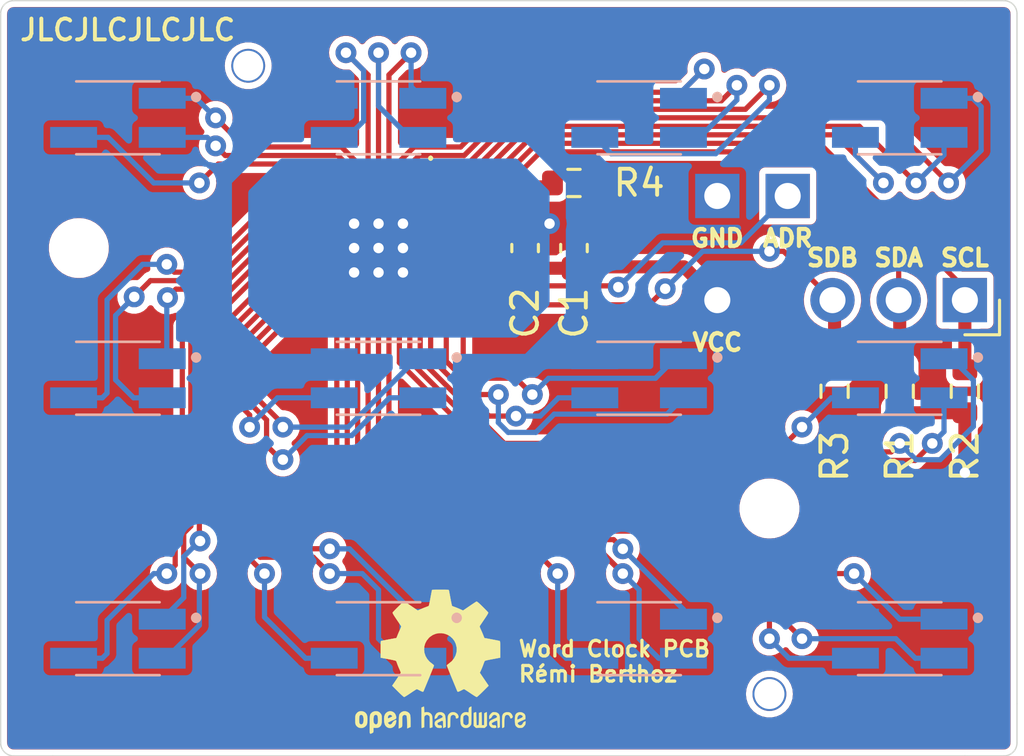
<source format=kicad_pcb>
(kicad_pcb (version 20211014) (generator pcbnew)
  (layers (0 "F.Cu" signal) (31 "B.Cu" signal) (34 "B.Paste" user) (35 "F.Paste" user) (36 "B.SilkS" user "B.Silkscreen") (37 "F.SilkS" user "F.Silkscreen") (38 "B.Mask" user) (39 "F.Mask" user) (44 "Edge.Cuts" user))
  (net 0 "")
  (net 1 "GND")
  (net 2 "D1b")
  (net 3 "D1g")
  (net 4 "VCC")
  (net 5 "D1r")
  (net 6 "D2b")
  (net 7 "D2g")
  (net 8 "D2r")
  (net 9 "D3b")
  (net 10 "D3g")
  (net 11 "D3r")
  (net 12 "D4b")
  (net 13 "D4g")
  (net 14 "D4r")
  (net 15 "D5b")
  (net 16 "D5g")
  (net 17 "D5r")
  (net 18 "D6b")
  (net 19 "D6g")
  (net 20 "D6r")
  (net 21 "D7b")
  (net 22 "D7g")
  (net 23 "D7r")
  (net 24 "D8b")
  (net 25 "D8g")
  (net 26 "D8r")
  (net 27 "D9b")
  (net 28 "D9g")
  (net 29 "D9r")
  (net 30 "D10b")
  (net 31 "D10g")
  (net 32 "D10r")
  (net 33 "D11b")
  (net 34 "D11g")
  (net 35 "D11r")
  (net 36 "D12b")
  (net 37 "D12g")
  (net 38 "D12r")
  (net 39 "Net-(IC1-Pad40)")
  (net 40 "/SCL")
  (net 41 "/SDA")
  (net 42 "/SDB")
  (net 43 "Net-(IC1-Pad37)")
  (footprint "Capacitor_SMD:C_0603_1608Metric" (layer "F.Cu") (at 115.92381 25 90)
    (fp_text reference "C2")
    (fp_text value "0.1uF")
  )
  (footprint "Resistor_SMD:R_0603_1608Metric" (layer "F.Cu") (at 117.79881 22.5)
    (fp_text reference "R4")
    (fp_text value "3.8k")
  )
  (footprint "Capacitor_SMD:C_0603_1608Metric" (layer "F.Cu") (at 117.79881 25 90)
    (fp_text reference "C1")
    (fp_text value "1uF")
  )
  (footprint "IS31FL3236A-QFLS4-TR:IS31FL3236AQFLS4TR" (layer "F.Cu") (at 110.29881 25 -90)
    (fp_text reference "IC1" hide)
    (fp_text value "IS31FL3236A-QFLS4-TR" hide)
  )
  (footprint "Resistor_SMD:R_0603_1608Metric" (layer "F.Cu") (at 127.79881 30.5 -90)
    (fp_text reference "R3")
    (fp_text value "100k")
  )
  (footprint "Resistor_SMD:R_0603_1608Metric" (layer "F.Cu") (at 132.79881 30.5 90)
    (fp_text reference "R2")
    (fp_text value "4.7k")
  )
  (footprint "Resistor_SMD:R_0603_1608Metric" (layer "F.Cu") (at 130.29881 30.5 90)
    (fp_text reference "R1")
    (fp_text value "4.7k")
  )
  (footprint "Connector_PinHeader_2.54mm:PinHeader_1x01_P2.54mm_Vertical" (layer "F.Cu") (at 123.29881 27 180)
    (fp_text reference "J1" hide)
    (fp_text value "Conn_01x01")
  )
  (footprint "Connector_PinHeader_2.54mm:PinHeader_1x01_P2.54mm_Vertical" (layer "F.Cu") (at 123.29881 23 180)
    (fp_text reference "J3" hide)
    (fp_text value "Conn_01x01")
  )
  (footprint "Connector_PinSocket_2.54mm:PinSocket_1x03_P2.54mm_Vertical" (layer "F.Cu") (at 132.79881 27 -90)
    (fp_text reference "J2" hide)
    (fp_text value "01x03_312")
  )
  (footprint "Symbol:OSHW-Logo2_7.3x6mm_SilkScreen" (layer "F.Cu") (at 112.67381 40.875)
    (fp_text reference "LOGO1" hide)
    (fp_text value "Logo_Open_Hardware_Large" hide)
  )
  (footprint "smallmountinghole:#2-56" (layer "F.Cu") (at 98.79881 25 180)
    (fp_text reference "H1" hide)
    (fp_text value "MountingHole" hide)
  )
  (footprint "Connector_PinHeader_2.54mm:PinHeader_1x01_P2.54mm_Vertical" (layer "F.Cu") (at 126 23)
    (fp_text reference "J4" hide)
    (fp_text value "Conn_01x01")
  )
  (footprint "IN-P32TATRGB:INP32TATRGB" (layer "B.Cu") (at 130.29881 20 180)
    (fp_text reference "D1" hide)
    (fp_text value "LED_RAGB" hide)
  )
  (footprint "IN-P32TATRGB:INP32TATRGB" (layer "B.Cu") (at 120.29881 20 180)
    (fp_text reference "D2" hide)
    (fp_text value "LED_RAGB" hide)
  )
  (footprint "IN-P32TATRGB:INP32TATRGB" (layer "B.Cu") (at 110.29881 20 180)
    (fp_text reference "D3" hide)
    (fp_text value "LED_RAGB" hide)
  )
  (footprint "IN-P32TATRGB:INP32TATRGB" (layer "B.Cu") (at 100.29881 20 180)
    (fp_text reference "D4" hide)
    (fp_text value "LED_RAGB" hide)
  )
  (footprint "IN-P32TATRGB:INP32TATRGB" (layer "B.Cu") (at 130.29881 30 180)
    (fp_text reference "D5" hide)
    (fp_text value "LED_RAGB" hide)
  )
  (footprint "IN-P32TATRGB:INP32TATRGB" (layer "B.Cu") (at 120.29881 30 180)
    (fp_text reference "D6" hide)
    (fp_text value "LED_RAGB" hide)
  )
  (footprint "IN-P32TATRGB:INP32TATRGB" (layer "B.Cu") (at 110.29881 30 180)
    (fp_text reference "D7" hide)
    (fp_text value "LED_RAGB" hide)
  )
  (footprint "IN-P32TATRGB:INP32TATRGB" (layer "B.Cu") (at 100.29881 30 180)
    (fp_text reference "D8" hide)
    (fp_text value "LED_RAGB" hide)
  )
  (footprint "IN-P32TATRGB:INP32TATRGB" (layer "B.Cu") (at 130.29881 40 180)
    (fp_text reference "D9" hide)
    (fp_text value "LED_RAGB" hide)
  )
  (footprint "IN-P32TATRGB:INP32TATRGB" (layer "B.Cu") (at 110.29881 40 180)
    (fp_text reference "D11" hide)
    (fp_text value "LED_RAGB" hide)
  )
  (footprint "IN-P32TATRGB:INP32TATRGB" (layer "B.Cu") (at 100.29881 40 180)
    (fp_text reference "D12" hide)
    (fp_text value "LED_RAGB" hide)
  )
  (footprint "IN-P32TATRGB:INP32TATRGB" (layer "B.Cu") (at 120.29881 40 180)
    (fp_text reference "D10" hide)
    (fp_text value "LED_RAGB" hide)
  )
  (footprint "smallmountinghole:#2-56" (layer "B.Cu") (at 125.29881 35 180)
    (fp_text reference "H3" hide)
    (fp_text value "MountingHole" hide)
  )
  (footprint "toolinghole:toolinghole" (layer "B.Cu") (at 105.29881 18 180)
    (fp_text reference "REF**" hide)
    (fp_text value "toolinghole" hide)
  )
  (footprint "toolinghole:toolinghole" (layer "B.Cu") (at 125.29881 42.125 180)
    (fp_text reference "REF**" hide)
    (fp_text value "toolinghole" hide)
  )
  (gr_line (start 97.79881 44.5) (end 132.79881 44.5) (layer "Edge.Cuts") (width 0.05))
  (gr_line (start 95.79881 42.5) (end 95.79881 17.5) (layer "Edge.Cuts") (width 0.05))
  (gr_line (start 134.79881 17.5) (end 134.79881 16) (layer "Edge.Cuts") (width 0.05))
  (gr_arc (start 95.79881 16) (mid 95.945257 15.646447) (end 96.29881 15.5) (layer "Edge.Cuts") (width 0.05))
  (gr_line (start 97.79881 15.5) (end 132.79881 15.5) (layer "Edge.Cuts") (width 0.05))
  (gr_line (start 95.79881 16) (end 95.79881 17.5) (layer "Edge.Cuts") (width 0.05))
  (gr_line (start 134.79881 44) (end 134.79881 42.5) (layer "Edge.Cuts") (width 0.05))
  (gr_line (start 134.29881 44.5) (end 132.79881 44.5) (layer "Edge.Cuts") (width 0.05))
  (gr_line (start 95.79881 44) (end 95.79881 42.5) (layer "Edge.Cuts") (width 0.05))
  (gr_arc (start 134.29881 15.5) (mid 134.652363 15.646447) (end 134.79881 16) (layer "Edge.Cuts") (width 0.05))
  (gr_arc (start 96.29881 44.5) (mid 95.945257 44.353553) (end 95.79881 44) (layer "Edge.Cuts") (width 0.05))
  (gr_line (start 96.29881 15.5) (end 97.79881 15.5) (layer "Edge.Cuts") (width 0.05))
  (gr_line (start 96.29881 44.5) (end 97.79881 44.5) (layer "Edge.Cuts") (width 0.05))
  (gr_line (start 134.29881 15.5) (end 132.79881 15.5) (layer "Edge.Cuts") (width 0.05))
  (gr_line (start 134.79881 17.5) (end 134.79881 42.5) (layer "Edge.Cuts") (width 0.05))
  (gr_arc (start 134.79881 44) (mid 134.652363 44.353553) (end 134.29881 44.5) (layer "Edge.Cuts") (width 0.05))
  (gr_text "SDA" (at 130.25881 25.375) (layer "F.SilkS") (effects (font (size 0.65 0.65) (thickness 0.1625))))
  (gr_text "SDB" (at 127.71881 25.375) (layer "F.SilkS") (effects (font (size 0.65 0.65) (thickness 0.1625))))
  (gr_text "VCC" (at 123.29881 28.625) (layer "F.SilkS") (effects (font (size 0.65 0.65) (thickness 0.1625))))
  (gr_text "GND" (at 123.29881 24.625) (layer "F.SilkS") (effects (font (size 0.65 0.65) (thickness 0.1625))))
  (gr_text "SCL" (at 132.79881 25.375) (layer "F.SilkS") (effects (font (size 0.65 0.65) (thickness 0.1625))))
  (gr_text "Word Clock PCB\nRémi Berthoz" (at 115.61131 40.875) (layer "F.SilkS") (effects (font (size 0.6 0.6) (thickness 0.125)) (justify left)))
  (gr_text "ADR" (at 126 24.625) (layer "F.SilkS") (effects (font (size 0.65 0.65) (thickness 0.1625))))
  (gr_text "JLCJLCJLCJLC" (at 100.67381 16.625) (layer "F.SilkS") (effects (font (size 0.8 0.8))))
  (segment (start 117.79881 24.225) (end 115.92381 24.225) (width 0.5) (layer "F.Cu") (net 1))
  (segment (start 115.92381 24.225) (end 114.97381 24.225) (width 0.5) (layer "F.Cu") (net 1))
  (segment (start 107.79881 25) (end 109.36131 25) (width 0.2) (layer "F.Cu") (net 1))
  (segment (start 112.79881 25) (end 114.19881 25) (width 0.2) (layer "F.Cu") (net 1))
  (segment (start 114.97381 24.225) (end 114.32381 24.875) (width 0.5) (layer "F.Cu") (net 1))
  (via (at 116.86131 24.0625) (size 0.8) (drill 0.4) (layers "F.Cu" "B.Cu") (net 1))
  (via (at 110.29881 24.0625) (size 0.8) (drill 0.4) (layers "F.Cu" "B.Cu") (net 1))
  (via (at 109.36131 24.0625) (size 0.8) (drill 0.4) (layers "F.Cu" "B.Cu") (net 1))
  (via (at 111.23631 24.0625) (size 0.8) (drill 0.4) (layers "F.Cu" "B.Cu") (net 1))
  (via (at 109.36131 25) (size 0.8) (drill 0.4) (layers "F.Cu" "B.Cu") (net 1))
  (via (at 111.23631 25) (size 0.8) (drill 0.4) (layers "F.Cu" "B.Cu") (net 1))
  (via (at 110.29881 25.9375) (size 0.8) (drill 0.4) (layers "F.Cu" "B.Cu") (net 1))
  (via (at 109.36131 25.9375) (size 0.8) (drill 0.4) (layers "F.Cu" "B.Cu") (net 1))
  (via (at 110.29881 25) (size 0.8) (drill 0.4) (layers "F.Cu" "B.Cu") (net 1))
  (via (at 111.23631 25.9375) (size 0.8) (drill 0.4) (layers "F.Cu" "B.Cu") (net 1))
  (segment (start 116.24681 20.651999) (end 127.825809 20.651999) (width 0.2) (layer "F.Cu") (net 2))
  (segment (start 129.67381 22.5) (end 127.825809 20.651999) (width 0.2) (layer "F.Cu") (net 2))
  (segment (start 113.49881 23.4) (end 116.24681 20.651999) (width 0.2) (layer "F.Cu") (net 2))
  (segment (start 112.79881 23.4) (end 113.49881 23.4) (width 0.2) (layer "F.Cu") (net 2))
  (via (at 129.67381 22.5) (size 0.8) (drill 0.4) (layers "F.Cu" "B.Cu") (net 2))
  (segment (start 128.59881 21.425) (end 128.59881 20.75) (width 0.2) (layer "B.Cu") (net 2))
  (segment (start 129.67381 22.5) (end 128.59881 21.425) (width 0.2) (layer "B.Cu") (net 2))
  (segment (start 113.41881 23) (end 112.89881 23) (width 0.2) (layer "F.Cu") (net 3))
  (segment (start 130.92381 22.5) (end 128.748801 20.324991) (width 0.2) (layer "F.Cu") (net 3))
  (segment (start 116.09382 20.32499) (end 113.41881 23) (width 0.2) (layer "F.Cu") (net 3))
  (segment (start 128.748801 20.324991) (end 116.09382 20.32499) (width 0.2) (layer "F.Cu") (net 3))
  (via (at 130.92381 22.5) (size 0.8) (drill 0.4) (layers "F.Cu" "B.Cu") (net 3))
  (segment (start 131.99881 21.425) (end 130.92381 22.5) (width 0.2) (layer "B.Cu") (net 3))
  (segment (start 131.99881 20.75) (end 131.99881 21.425) (width 0.2) (layer "B.Cu") (net 3))
  (segment (start 130.29881 31.325) (end 132.79881 31.325) (width 0.5) (layer "F.Cu") (net 4))
  (segment (start 115.92381 25.775) (end 114.275 25.775) (width 0.5) (layer "F.Cu") (net 4))
  (segment (start 117.79881 25.775) (end 115.92381 25.775) (width 0.5) (layer "F.Cu") (net 4))
  (segment (start 132.79881 31.325) (end 132.79881 33.625) (width 0.5) (layer "F.Cu") (net 4))
  (segment (start 114.275 25.775) (end 114 25.5) (width 0.5) (layer "F.Cu") (net 4))
  (segment (start 117.850812 25.722998) (end 122.021808 25.722998) (width 0.5) (layer "F.Cu") (net 4))
  (segment (start 122.021808 25.722998) (end 123.29881 27) (width 0.5) (layer "F.Cu") (net 4))
  (segment (start 113.9 25.4) (end 114 25.5) (width 0.2) (layer "F.Cu") (net 4))
  (segment (start 112.79881 25.4) (end 113.9 25.4) (width 0.2) (layer "F.Cu") (net 4))
  (via (at 132.79881 33.625) (size 0.8) (drill 0.4) (layers "F.Cu" "B.Cu") (net 4))
  (segment (start 112.29881 22.4) (end 113.55635 22.4) (width 0.2) (layer "F.Cu") (net 5))
  (segment (start 115.95837 19.997981) (end 129.671792 19.997982) (width 0.2) (layer "F.Cu") (net 5))
  (segment (start 132.17381 22.5) (end 129.671792 19.997982) (width 0.2) (layer "F.Cu") (net 5))
  (segment (start 113.55635 22.4) (end 115.95837 19.997981) (width 0.2) (layer "F.Cu") (net 5))
  (via (at 132.17381 22.5) (size 0.8) (drill 0.4) (layers "F.Cu" "B.Cu") (net 5))
  (segment (start 131.99881 19.25) (end 133.09881 19.25) (width 0.2) (layer "B.Cu") (net 5))
  (segment (start 133.42381 19.575) (end 133.42381 21.25) (width 0.2) (layer "B.Cu") (net 5))
  (segment (start 133.09881 19.25) (end 133.42381 19.575) (width 0.2) (layer "B.Cu") (net 5))
  (segment (start 133.42381 21.25) (end 132.17381 22.5) (width 0.2) (layer "B.Cu") (net 5))
  (segment (start 113.720891 21.772999) (end 111.992209 21.772999) (width 0.2) (layer "F.Cu") (net 6))
  (segment (start 111.89881 21.866398) (end 111.992209 21.772999) (width 0.2) (layer "F.Cu") (net 6))
  (segment (start 111.89881 22.5) (end 111.89881 21.866398) (width 0.2) (layer "F.Cu") (net 6))
  (segment (start 124.377837 19.670973) (end 125.29881 18.75) (width 0.2) (layer "F.Cu") (net 6))
  (segment (start 124.377837 19.670973) (end 115.822918 19.670972) (width 0.2) (layer "F.Cu") (net 6))
  (segment (start 115.822918 19.670972) (end 113.720891 21.772999) (width 0.2) (layer "F.Cu") (net 6))
  (via (at 125.29881 18.75) (size 0.8) (drill 0.4) (layers "F.Cu" "B.Cu") (net 6))
  (segment (start 123.237494 21.377001) (end 119.225811 21.377001) (width 0.2) (layer "B.Cu") (net 6))
  (segment (start 125.29881 18.75) (end 125.29881 19.315685) (width 0.2) (layer "B.Cu") (net 6))
  (segment (start 125.29881 19.315685) (end 123.237494 21.377001) (width 0.2) (layer "B.Cu") (net 6))
  (segment (start 119.225811 21.377001) (end 118.59881 20.75) (width 0.2) (layer "B.Cu") (net 6))
  (segment (start 115.687466 19.343964) (end 113.585441 21.445989) (width 0.2) (layer "F.Cu") (net 7))
  (segment (start 111.856758 21.445989) (end 111.49881 21.803937) (width 0.2) (layer "F.Cu") (net 7))
  (segment (start 113.585441 21.445989) (end 111.856758 21.445989) (width 0.2) (layer "F.Cu") (net 7))
  (segment (start 111.49881 21.803937) (end 111.49881 22.5) (width 0.2) (layer "F.Cu") (net 7))
  (segment (start 123.454847 19.343963) (end 115.687466 19.343964) (width 0.2) (layer "F.Cu") (net 7))
  (segment (start 124.04881 18.75) (end 123.454847 19.343963) (width 0.2) (layer "F.Cu") (net 7))
  (via (at 124.04881 18.75) (size 0.8) (drill 0.4) (layers "F.Cu" "B.Cu") (net 7))
  (segment (start 124.04881 18.75) (end 124.04881 19.315685) (width 0.2) (layer "B.Cu") (net 7))
  (segment (start 124.04881 19.315685) (end 122.614495 20.75) (width 0.2) (layer "B.Cu") (net 7))
  (segment (start 113.449991 21.118979) (end 111.659831 21.118979) (width 0.2) (layer "F.Cu") (net 8))
  (segment (start 111.09881 21.68) (end 111.09881 22.5) (width 0.2) (layer "F.Cu") (net 8))
  (segment (start 121.906855 19.016955) (end 122.79881 18.125) (width 0.2) (layer "F.Cu") (net 8))
  (segment (start 115.552014 19.016956) (end 113.449991 21.118979) (width 0.2) (layer "F.Cu") (net 8))
  (segment (start 121.906855 19.016956) (end 115.552014 19.016955) (width 0.2) (layer "F.Cu") (net 8))
  (segment (start 111.659831 21.118979) (end 111.09881 21.68) (width 0.2) (layer "F.Cu") (net 8))
  (via (at 122.79881 18.125) (size 0.8) (drill 0.4) (layers "F.Cu" "B.Cu") (net 8))
  (segment (start 121.99881 19.25) (end 121.99881 18.925) (width 0.2) (layer "B.Cu") (net 8))
  (segment (start 121.99881 18.925) (end 122.79881 18.125) (width 0.2) (layer "B.Cu") (net 8))
  (segment (start 109.89881 18.35) (end 109.04881 17.5) (width 0.2) (layer "F.Cu") (net 9))
  (segment (start 109.89881 22.5) (end 109.89881 18.35) (width 0.2) (layer "F.Cu") (net 9))
  (via (at 109.04881 17.5) (size 0.8) (drill 0.4) (layers "F.Cu" "B.Cu") (net 9))
  (segment (start 109.725811 20.122999) (end 109.09881 20.75) (width 0.2) (layer "B.Cu") (net 9))
  (segment (start 109.725811 20.122999) (end 109.725811 18.177001) (width 0.2) (layer "B.Cu") (net 9))
  (segment (start 109.725811 18.177001) (end 109.04881 17.5) (width 0.2) (layer "B.Cu") (net 9))
  (segment (start 110.29881 17.5) (end 110.29881 22.5) (width 0.2) (layer "F.Cu") (net 10))
  (via (at 110.29881 17.5) (size 0.8) (drill 0.4) (layers "F.Cu" "B.Cu") (net 10))
  (segment (start 110.29881 19.55) (end 110.29881 17.5) (width 0.2) (layer "B.Cu") (net 10))
  (segment (start 111.49881 20.75) (end 110.29881 19.55) (width 0.2) (layer "B.Cu") (net 10))
  (segment (start 110.69881 18.35) (end 111.54881 17.5) (width 0.2) (layer "F.Cu") (net 11))
  (segment (start 110.69881 22.5) (end 110.69881 18.35) (width 0.2) (layer "F.Cu") (net 11))
  (via (at 111.54881 17.5) (size 0.8) (drill 0.4) (layers "F.Cu" "B.Cu") (net 11))
  (segment (start 111.54881 18.8) (end 111.99881 19.25) (width 0.2) (layer "B.Cu") (net 11))
  (segment (start 111.54881 17.5) (end 111.54881 18.8) (width 0.2) (layer "B.Cu") (net 11))
  (segment (start 108.69881 21.866398) (end 108.605411 21.772999) (width 0.2) (layer "F.Cu") (net 12))
  (segment (start 108.69881 22.5) (end 108.69881 21.866398) (width 0.2) (layer "F.Cu") (net 12))
  (segment (start 104.150811 21.772999) (end 103.42381 22.5) (width 0.2) (layer "F.Cu") (net 12))
  (segment (start 108.605411 21.772999) (end 104.150811 21.772999) (width 0.2) (layer "F.Cu") (net 12))
  (segment (start 108.69881 21.914998) (end 108.583811 21.799999) (width 0.2) (layer "F.Cu") (net 12))
  (via (at 103.42381 22.5) (size 0.8) (drill 0.4) (layers "F.Cu" "B.Cu") (net 12))
  (segment (start 101.67381 22.5) (end 99.92381 20.75) (width 0.2) (layer "B.Cu") (net 12))
  (segment (start 99.92381 20.75) (end 98.59881 20.75) (width 0.2) (layer "B.Cu") (net 12))
  (segment (start 103.42381 22.5) (end 101.67381 22.5) (width 0.2) (layer "B.Cu") (net 12))
  (segment (start 109.09881 21.8) (end 108.744799 21.445989) (width 0.2) (layer "F.Cu") (net 13))
  (segment (start 108.744799 21.445989) (end 104.419799 21.445989) (width 0.2) (layer "F.Cu") (net 13))
  (segment (start 104.419799 21.445989) (end 104.04881 21.075) (width 0.2) (layer "F.Cu") (net 13))
  (segment (start 109.09881 22.5) (end 109.09881 21.8) (width 0.2) (layer "F.Cu") (net 13))
  (via (at 104.04881 21.075) (size 0.8) (drill 0.4) (layers "F.Cu" "B.Cu") (net 13))
  (segment (start 103.72381 20.75) (end 104.04881 21.075) (width 0.2) (layer "B.Cu") (net 13))
  (segment (start 101.99881 20.75) (end 103.72381 20.75) (width 0.2) (layer "B.Cu") (net 13))
  (segment (start 108.88025 21.118979) (end 105.167789 21.118979) (width 0.2) (layer "F.Cu") (net 14))
  (segment (start 105.167789 21.118979) (end 104.04881 20) (width 0.2) (layer "F.Cu") (net 14))
  (segment (start 109.49881 22.5) (end 109.49881 21.737539) (width 0.2) (layer "F.Cu") (net 14))
  (segment (start 109.49881 21.737539) (end 108.88025 21.118979) (width 0.2) (layer "F.Cu") (net 14))
  (via (at 104.04881 20) (size 0.8) (drill 0.4) (layers "F.Cu" "B.Cu") (net 14))
  (segment (start 101.99881 19.25) (end 103.29881 19.25) (width 0.2) (layer "B.Cu") (net 14))
  (segment (start 103.29881 19.25) (end 104.04881 20) (width 0.2) (layer "B.Cu") (net 14))
  (segment (start 111.89881 27.5) (end 111.89881 29.274278) (width 0.2) (layer "F.Cu") (net 15))
  (segment (start 125.92381 32.5) (end 126.54881 31.875) (width 0.2) (layer "F.Cu") (net 15))
  (segment (start 125.92381 32.5) (end 115.124532 32.5) (width 0.2) (layer "F.Cu") (net 15))
  (segment (start 115.124532 32.5) (end 111.89881 29.274278) (width 0.2) (layer "F.Cu") (net 15))
  (via (at 126.54881 31.875) (size 0.8) (drill 0.4) (layers "F.Cu" "B.Cu") (net 15))
  (segment (start 128.59881 30.75) (end 127.67381 30.75) (width 0.2) (layer "B.Cu") (net 15))
  (segment (start 127.67381 30.75) (end 126.54881 31.875) (width 0.2) (layer "B.Cu") (net 15))
  (segment (start 111.09881 29.3992) (end 114.85363 33.15402) (width 0.2) (layer "F.Cu") (net 16))
  (segment (start 131.54881 32.5) (end 130.89479 33.15402) (width 0.2) (layer "F.Cu") (net 16))
  (segment (start 111.09881 27.5) (end 111.09881 29.3992) (width 0.2) (layer "F.Cu") (net 16))
  (segment (start 114.85363 33.15402) (end 130.89479 33.15402) (width 0.2) (layer "F.Cu") (net 16))
  (via (at 131.54881 32.5) (size 0.8) (drill 0.4) (layers "F.Cu" "B.Cu") (net 16))
  (segment (start 131.99881 30.75) (end 131.99881 32.05) (width 0.2) (layer "B.Cu") (net 16))
  (segment (start 131.99881 32.05) (end 131.54881 32.5) (width 0.2) (layer "B.Cu") (net 16))
  (segment (start 129.9718 32.82701) (end 114.989081 32.82701) (width 0.2) (layer "F.Cu") (net 17))
  (segment (start 114.989081 32.82701) (end 111.49881 29.336738) (width 0.2) (layer "F.Cu") (net 17))
  (segment (start 111.49881 29.336738) (end 111.49881 27.5) (width 0.2) (layer "F.Cu") (net 17))
  (segment (start 130.29881 32.5) (end 129.9718 32.82701) (width 0.2) (layer "F.Cu") (net 17))
  (via (at 130.29881 32.5) (size 0.8) (drill 0.4) (layers "F.Cu" "B.Cu") (net 17))
  (segment (start 133.125811 30.077001) (end 133.125811 31.850961) (width 0.2) (layer "B.Cu") (net 17))
  (segment (start 133.125811 31.850961) (end 131.849771 33.127001) (width 0.2) (layer "B.Cu") (net 17))
  (segment (start 131.849771 33.127001) (end 130.925811 33.127001) (width 0.2) (layer "B.Cu") (net 17))
  (segment (start 132.29881 29.25) (end 133.125811 30.077001) (width 0.2) (layer "B.Cu") (net 17))
  (segment (start 130.925811 33.127001) (end 130.29881 32.5) (width 0.2) (layer "B.Cu") (net 17))
  (segment (start 112.29881 27.6) (end 112.29881 29.211818) (width 0.2) (layer "F.Cu") (net 18))
  (segment (start 112.29881 29.211818) (end 114.538409 31.451417) (width 0.2) (layer "F.Cu") (net 18))
  (segment (start 114.538409 31.451417) (end 115.57381 31.451417) (width 0.2) (layer "F.Cu") (net 18))
  (via (at 115.57381 31.451417) (size 0.8) (drill 0.4) (layers "F.Cu" "B.Cu") (net 18))
  (segment (start 117.20235 30.75) (end 118.59881 30.75) (width 0.2) (layer "B.Cu") (net 18))
  (segment (start 115.57381 31.451417) (end 116.500933 31.451417) (width 0.2) (layer "B.Cu") (net 18))
  (segment (start 116.500933 31.451417) (end 117.20235 30.75) (width 0.2) (layer "B.Cu") (net 18))
  (segment (start 114.174452 30.625) (end 114.89681 30.625) (width 0.2) (layer "F.Cu") (net 19))
  (segment (start 112.89881 29.349358) (end 114.174452 30.625) (width 0.2) (layer "F.Cu") (net 19))
  (segment (start 112.89881 27) (end 112.89881 29.349358) (width 0.2) (layer "F.Cu") (net 19))
  (via (at 114.89681 30.625) (size 0.8) (drill 0.4) (layers "F.Cu" "B.Cu") (net 19))
  (segment (start 115.272849 32.078418) (end 116.336392 32.078418) (width 0.2) (layer "B.Cu") (net 19))
  (segment (start 114.89681 30.625) (end 114.89681 31.702379) (width 0.2) (layer "B.Cu") (net 19))
  (segment (start 121.99881 30.75) (end 121.371809 31.377001) (width 0.2) (layer "B.Cu") (net 19))
  (segment (start 116.336392 32.078418) (end 117.037809 31.377001) (width 0.2) (layer "B.Cu") (net 19))
  (segment (start 114.89681 31.702379) (end 115.272849 32.078418) (width 0.2) (layer "B.Cu") (net 19))
  (segment (start 117.037809 31.377001) (end 121.371809 31.377001) (width 0.2) (layer "B.Cu") (net 19))
  (segment (start 115.573809 29.997999) (end 116.20081 30.625) (width 0.2) (layer "F.Cu") (net 20))
  (segment (start 113.54881 26.716398) (end 113.54881 29.536898) (width 0.2) (layer "F.Cu") (net 20))
  (segment (start 113.432412 26.6) (end 113.54881 26.716398) (width 0.2) (layer "F.Cu") (net 20))
  (segment (start 112.79881 26.6) (end 113.432412 26.6) (width 0.2) (layer "F.Cu") (net 20))
  (segment (start 113.54881 29.536898) (end 114.009911 29.997999) (width 0.2) (layer "F.Cu") (net 20))
  (segment (start 114.009911 29.997999) (end 115.573809 29.997999) (width 0.2) (layer "F.Cu") (net 20))
  (via (at 116.20081 30.625) (size 0.8) (drill 0.4) (layers "F.Cu" "B.Cu") (net 20))
  (segment (start 121.67381 29.25) (end 120.92381 30) (width 0.2) (layer "B.Cu") (net 20))
  (segment (start 116.82581 30) (end 116.20081 30.625) (width 0.2) (layer "B.Cu") (net 20))
  (segment (start 120.92381 30) (end 116.82581 30) (width 0.2) (layer "B.Cu") (net 20))
  (segment (start 104.73185 28.97942) (end 105.05282 28.65845) (width 0.2) (layer "F.Cu") (net 21))
  (segment (start 105.05282 28.65845) (end 105.05282 28.64599) (width 0.2) (layer "F.Cu") (net 21))
  (segment (start 107.09881 26.6) (end 107.79881 26.6) (width 0.2) (layer "F.Cu") (net 21))
  (segment (start 105.05282 28.64599) (end 107.09881 26.6) (width 0.2) (layer "F.Cu") (net 21))
  (segment (start 104.73185 30.788538) (end 104.73185 28.97942) (width 0.2) (layer "F.Cu") (net 21))
  (segment (start 105.35281 31.875) (end 105.35281 31.409498) (width 0.2) (layer "F.Cu") (net 21))
  (segment (start 105.35281 31.409498) (end 104.73185 30.788538) (width 0.2) (layer "F.Cu") (net 21))
  (via (at 105.35281 31.875) (size 0.8) (drill 0.4) (layers "F.Cu" "B.Cu") (net 21))
  (segment (start 108.59881 30.75) (end 106.42381 30.75) (width 0.2) (layer "B.Cu") (net 21))
  (segment (start 106.42381 30.75) (end 105.29881 31.875) (width 0.2) (layer "B.Cu") (net 21))
  (segment (start 107.69881 27) (end 107.16127 27) (width 0.2) (layer "F.Cu") (net 22))
  (segment (start 105.05886 30.653088) (end 106.002809 31.597037) (width 0.2) (layer "F.Cu") (net 22))
  (segment (start 105.37983 28.793901) (end 105.05886 29.114871) (width 0.2) (layer "F.Cu") (net 22))
  (segment (start 107.16127 27) (end 105.37983 28.78144) (width 0.2) (layer "F.Cu") (net 22))
  (segment (start 105.05886 29.114871) (end 105.05886 30.653088) (width 0.2) (layer "F.Cu") (net 22))
  (segment (start 106.002809 32.578999) (end 106.54881 33.125) (width 0.2) (layer "F.Cu") (net 22))
  (segment (start 106.002809 31.597037) (end 106.002809 32.578999) (width 0.2) (layer "F.Cu") (net 22))
  (segment (start 105.37983 28.78144) (end 105.37983 28.793901) (width 0.2) (layer "F.Cu") (net 22))
  (via (at 106.62981 33.125) (size 0.8) (drill 0.4) (layers "F.Cu" "B.Cu") (net 22))
  (segment (start 111.99881 30.75) (end 110.721272 30.75) (width 0.2) (layer "B.Cu") (net 22))
  (segment (start 107.5528 32.20201) (end 106.62981 33.125) (width 0.2) (layer "B.Cu") (net 22))
  (segment (start 110.721272 30.75) (end 109.269263 32.20201) (width 0.2) (layer "B.Cu") (net 22))
  (segment (start 109.269263 32.20201) (end 107.5528 32.20201) (width 0.2) (layer "B.Cu") (net 22))
  (segment (start 105.38587 30.517638) (end 106.62981 31.761578) (width 0.2) (layer "F.Cu") (net 23))
  (segment (start 106.62981 31.761578) (end 106.62981 31.875) (width 0.2) (layer "F.Cu") (net 23))
  (segment (start 108.29881 27.6) (end 107.02373 27.6) (width 0.2) (layer "F.Cu") (net 23))
  (segment (start 105.38587 29.250322) (end 105.70684 28.929352) (width 0.2) (layer "F.Cu") (net 23))
  (segment (start 105.70684 28.91689) (end 107.02373 27.6) (width 0.2) (layer "F.Cu") (net 23))
  (segment (start 105.38587 29.250322) (end 105.38587 30.517638) (width 0.2) (layer "F.Cu") (net 23))
  (segment (start 105.70684 28.929352) (end 105.70684 28.91689) (width 0.2) (layer "F.Cu") (net 23))
  (via (at 106.62981 31.875) (size 0.8) (drill 0.4) (layers "F.Cu" "B.Cu") (net 23))
  (segment (start 109.133812 31.875) (end 111.758812 29.25) (width 0.2) (layer "B.Cu") (net 23))
  (segment (start 106.54881 31.875) (end 109.133812 31.875) (width 0.2) (layer "B.Cu") (net 23))
  (segment (start 108.29881 22.4) (end 106.986508 22.4) (width 0.2) (layer "F.Cu") (net 24))
  (segment (start 102.17381 25.635) (end 102.463801 25.924991) (width 0.2) (layer "F.Cu") (net 24))
  (segment (start 102.463801 25.924991) (end 103.461517 25.924991) (width 0.2) (layer "F.Cu") (net 24))
  (segment (start 102.17381 25.625) (end 102.17381 25.635) (width 0.2) (layer "F.Cu") (net 24))
  (segment (start 103.461517 25.924991) (end 106.986508 22.4) (width 0.2) (layer "F.Cu") (net 24))
  (via (at 102.17381 25.625) (size 0.8) (drill 0.4) (layers "F.Cu" "B.Cu") (net 24))
  (segment (start 102.17381 25.625) (end 101.245848 25.625) (width 0.2) (layer "B.Cu") (net 24))
  (segment (start 99.88181 26.989038) (end 101.245848 25.625) (width 0.2) (layer "B.Cu") (net 24))
  (segment (start 99.88181 30.567) (end 99.88181 26.989038) (width 0.2) (layer "B.Cu") (net 24))
  (segment (start 98.59881 30.75) (end 99.69881 30.75) (width 0.2) (layer "B.Cu") (net 24))
  (segment (start 99.69881 30.75) (end 99.88181 30.567) (width 0.2) (layer "B.Cu") (net 24))
  (segment (start 100.92381 26.875) (end 101.546809 26.252001) (width 0.2) (layer "F.Cu") (net 25))
  (segment (start 107.69881 23) (end 106.848968 23) (width 0.2) (layer "F.Cu") (net 25))
  (segment (start 103.596967 26.252001) (end 101.546809 26.252001) (width 0.2) (layer "F.Cu") (net 25))
  (segment (start 106.848968 23) (end 103.596967 26.252001) (width 0.2) (layer "F.Cu") (net 25))
  (via (at 100.92381 26.875) (size 0.8) (drill 0.4) (layers "F.Cu" "B.Cu") (net 25))
  (segment (start 100.20882 30.06001) (end 100.20882 27.58999) (width 0.2) (layer "B.Cu") (net 25))
  (segment (start 100.89881 30.75) (end 100.20882 30.06001) (width 0.2) (layer "B.Cu") (net 25))
  (segment (start 101.99881 30.75) (end 100.89881 30.75) (width 0.2) (layer "B.Cu") (net 25))
  (segment (start 100.92381 26.875) (end 100.20882 27.58999) (width 0.2) (layer "B.Cu") (net 25))
  (segment (start 107.79881 23.4) (end 106.911428 23.4) (width 0.2) (layer "F.Cu") (net 26))
  (segment (start 106.911428 23.4) (end 103.732417 26.579011) (width 0.2) (layer "F.Cu") (net 26))
  (segment (start 103.732417 26.579011) (end 102.523799 26.579011) (width 0.2) (layer "F.Cu") (net 26))
  (segment (start 102.523799 26.579011) (end 102.20081 26.902) (width 0.2) (layer "F.Cu") (net 26))
  (via (at 102.20081 26.902) (size 0.8) (drill 0.4) (layers "F.Cu" "B.Cu") (net 26))
  (segment (start 102.17381 26.875) (end 102.17381 29.075) (width 0.2) (layer "B.Cu") (net 26))
  (segment (start 109.89881 33.250803) (end 112.516997 35.86899) (width 0.2) (layer "F.Cu") (net 27))
  (segment (start 121.95534 35.86899) (end 112.516997 35.86899) (width 0.2) (layer "F.Cu") (net 27))
  (segment (start 125.29881 40) (end 125.29881 39.21246) (width 0.2) (layer "F.Cu") (net 27))
  (segment (start 125.29881 39.21246) (end 121.95534 35.86899) (width 0.2) (layer "F.Cu") (net 27))
  (segment (start 109.89881 27.5) (end 109.89881 33.250803) (width 0.2) (layer "F.Cu") (net 27))
  (via (at 125.29881 40) (size 0.8) (drill 0.4) (layers "F.Cu" "B.Cu") (net 27))
  (segment (start 128.59881 40.75) (end 126.04881 40.75) (width 0.2) (layer "B.Cu") (net 27))
  (segment (start 126.04881 40.75) (end 125.29881 40) (width 0.2) (layer "B.Cu") (net 27))
  (segment (start 110.29881 33.188343) (end 112.652447 35.54198) (width 0.2) (layer "F.Cu") (net 28))
  (segment (start 126.54881 40) (end 122.090791 35.54198) (width 0.2) (layer "F.Cu") (net 28))
  (segment (start 110.29881 27.5) (end 110.29881 33.188343) (width 0.2) (layer "F.Cu") (net 28))
  (segment (start 112.652447 35.54198) (end 122.090791 35.54198) (width 0.2) (layer "F.Cu") (net 28))
  (via (at 126.54881 40) (size 0.8) (drill 0.4) (layers "F.Cu" "B.Cu") (net 28))
  (segment (start 131.99881 40.75) (end 130.89881 40.75) (width 0.2) (layer "B.Cu") (net 28))
  (segment (start 130.14881 40) (end 126.54881 40) (width 0.2) (layer "B.Cu") (net 28))
  (segment (start 130.89881 40.75) (end 130.14881 40) (width 0.2) (layer "B.Cu") (net 28))
  (segment (start 112.787897 35.21497) (end 110.69881 33.125883) (width 0.2) (layer "F.Cu") (net 29))
  (segment (start 122.226242 35.21497) (end 112.787897 35.21497) (width 0.2) (layer "F.Cu") (net 29))
  (segment (start 124.511272 37.5) (end 122.226242 35.21497) (width 0.2) (layer "F.Cu") (net 29))
  (segment (start 128.54881 37.5) (end 124.511272 37.5) (width 0.2) (layer "F.Cu") (net 29))
  (segment (start 110.69881 33.125883) (end 110.69881 27.5) (width 0.2) (layer "F.Cu") (net 29))
  (via (at 128.54881 37.5) (size 0.8) (drill 0.4) (layers "F.Cu" "B.Cu") (net 29))
  (segment (start 131.99881 39.25) (end 130.29881 39.25) (width 0.2) (layer "B.Cu") (net 29))
  (segment (start 130.29881 39.25) (end 128.54881 37.5) (width 0.2) (layer "B.Cu") (net 29))
  (segment (start 108.69881 33.438183) (end 112.110647 36.85002) (width 0.2) (layer "F.Cu") (net 30))
  (segment (start 117.1738 37.5) (end 116.52382 36.85002) (width 0.2) (layer "F.Cu") (net 30))
  (segment (start 112.110647 36.85002) (end 116.52382 36.85002) (width 0.2) (layer "F.Cu") (net 30))
  (segment (start 108.69881 27.5) (end 108.69881 33.438183) (width 0.2) (layer "F.Cu") (net 30))
  (via (at 117.1738 37.5) (size 0.8) (drill 0.4) (layers "F.Cu" "B.Cu") (net 30))
  (segment (start 117.49881 40.75) (end 117.1738 40.42499) (width 0.2) (layer "B.Cu") (net 30))
  (segment (start 118.59881 40.75) (end 117.49881 40.75) (width 0.2) (layer "B.Cu") (net 30))
  (segment (start 117.1738 40.42499) (end 117.1738 37.5) (width 0.2) (layer "B.Cu") (net 30))
  (segment (start 119.67381 37.477952) (end 119.67381 37.5) (width 0.2) (layer "F.Cu") (net 31))
  (segment (start 109.09881 33.375723) (end 112.246097 36.52301) (width 0.2) (layer "F.Cu") (net 31))
  (segment (start 118.718868 36.52301) (end 119.67381 37.477952) (width 0.2) (layer "F.Cu") (net 31))
  (segment (start 109.09881 27.5) (end 109.09881 33.375723) (width 0.2) (layer "F.Cu") (net 31))
  (segment (start 118.72382 36.55001) (end 119.67381 37.5) (width 0.2) (layer "F.Cu") (net 31))
  (segment (start 112.246097 36.52301) (end 118.718868 36.52301) (width 0.2) (layer "F.Cu") (net 31))
  (via (at 119.67381 37.5) (size 0.8) (drill 0.4) (layers "F.Cu" "B.Cu") (net 31))
  (segment (start 121.04881 40.75) (end 120.29881 40) (width 0.2) (layer "B.Cu") (net 31))
  (segment (start 121.99881 40.75) (end 121.04881 40.75) (width 0.2) (layer "B.Cu") (net 31))
  (segment (start 120.29881 40) (end 120.29881 38.125) (width 0.2) (layer "B.Cu") (net 31))
  (segment (start 120.29881 38.125) (end 119.67381 37.5) (width 0.2) (layer "B.Cu") (net 31))
  (segment (start 109.49881 33.313263) (end 112.381547 36.196) (width 0.2) (layer "F.Cu") (net 32))
  (segment (start 112.381547 36.196) (end 119.31982 36.196) (width 0.2) (layer "F.Cu") (net 32))
  (segment (start 109.49881 27.5) (end 109.49881 33.313263) (width 0.2) (layer "F.Cu") (net 32))
  (segment (start 119.67381 36.54999) (end 119.31982 36.196) (width 0.2) (layer "F.Cu") (net 32))
  (via (at 119.67381 36.54999) (size 0.8) (drill 0.4) (layers "F.Cu" "B.Cu") (net 32))
  (segment (start 119.67381 36.54999) (end 121.99881 38.87499) (width 0.2) (layer "B.Cu") (net 32))
  (segment (start 121.99881 38.87499) (end 121.99881 39.25) (width 0.2) (layer "B.Cu") (net 32))
  (segment (start 106.911429 25.4) (end 103.75082 28.56061) (width 0.2) (layer "F.Cu") (net 33))
  (segment (start 107.79881 25.4) (end 106.911429 25.4) (width 0.2) (layer "F.Cu") (net 33))
  (segment (start 105.92381 37.5) (end 103.75082 35.32701) (width 0.2) (layer "F.Cu") (net 33))
  (segment (start 103.75082 35.32701) (end 103.75082 28.56061) (width 0.2) (layer "F.Cu") (net 33))
  (via (at 105.92381 37.5) (size 0.8) (drill 0.4) (layers "F.Cu" "B.Cu") (net 33))
  (segment (start 107.49881 40.75) (end 105.92381 39.175) (width 0.2) (layer "B.Cu") (net 33))
  (segment (start 105.92381 39.175) (end 105.92381 37.5) (width 0.2) (layer "B.Cu") (net 33))
  (segment (start 108.59881 40.75) (end 107.49881 40.75) (width 0.2) (layer "B.Cu") (net 33))
  (segment (start 107.796809 36.872999) (end 105.759269 36.872999) (width 0.2) (layer "F.Cu") (net 34))
  (segment (start 108.42381 37.5) (end 107.796809 36.872999) (width 0.2) (layer "F.Cu") (net 34))
  (segment (start 107.79881 25.8) (end 106.973889 25.8) (width 0.2) (layer "F.Cu") (net 34))
  (segment (start 106.973889 25.8) (end 104.07783 28.69606) (width 0.2) (layer "F.Cu") (net 34))
  (segment (start 104.07783 35.19156) (end 104.07783 28.69606) (width 0.2) (layer "F.Cu") (net 34))
  (segment (start 105.759269 36.872999) (end 104.07783 35.19156) (width 0.2) (layer "F.Cu") (net 34))
  (via (at 108.42381 37.5) (size 0.8) (drill 0.4) (layers "F.Cu" "B.Cu") (net 34))
  (segment (start 111.04881 40.75) (end 110.29881 40) (width 0.2) (layer "B.Cu") (net 34))
  (segment (start 109.67381 37.5) (end 108.42381 37.5) (width 0.2) (layer "B.Cu") (net 34))
  (segment (start 110.29881 38.125) (end 109.67381 37.5) (width 0.2) (layer "B.Cu") (net 34))
  (segment (start 111.99881 40.75) (end 111.04881 40.75) (width 0.2) (layer "B.Cu") (net 34))
  (segment (start 110.29881 40) (end 110.29881 38.125) (width 0.2) (layer "B.Cu") (net 34))
  (segment (start 107.79881 26.2) (end 107.036349 26.2) (width 0.2) (layer "F.Cu") (net 35))
  (segment (start 104.40484 28.84397) (end 104.40484 35.05611) (width 0.2) (layer "F.Cu") (net 35))
  (segment (start 105.894719 36.545989) (end 108.127821 36.545989) (width 0.2) (layer "F.Cu") (net 35))
  (segment (start 107.036349 26.2) (end 104.72581 28.510539) (width 0.2) (layer "F.Cu") (net 35))
  (segment (start 104.72581 28.523) (end 104.40484 28.84397) (width 0.2) (layer "F.Cu") (net 35))
  (segment (start 104.72581 28.510539) (end 104.72581 28.523) (width 0.2) (layer "F.Cu") (net 35))
  (segment (start 104.40484 35.05611) (end 105.894719 36.545989) (width 0.2) (layer "F.Cu") (net 35))
  (via (at 108.42381 36.54999) (size 0.8) (drill 0.4) (layers "F.Cu" "B.Cu") (net 35))
  (segment (start 109.18626 36.54999) (end 111.88627 39.25) (width 0.2) (layer "B.Cu") (net 35))
  (segment (start 108.42381 36.54999) (end 109.18626 36.54999) (width 0.2) (layer "B.Cu") (net 35))
  (segment (start 107.79881 23.8) (end 106.973888 23.8) (width 0.2) (layer "F.Cu") (net 36))
  (segment (start 102.76979 28.004098) (end 102.76979 35.540598) (width 0.2) (layer "F.Cu") (net 36))
  (segment (start 102.496799 37.177011) (end 102.17381 37.5) (width 0.2) (layer "F.Cu") (net 36))
  (segment (start 102.76979 35.540598) (end 102.496799 35.813588) (width 0.2) (layer "F.Cu") (net 36))
  (segment (start 106.973888 23.8) (end 102.76979 28.004098) (width 0.2) (layer "F.Cu") (net 36))
  (segment (start 102.496799 35.813588) (end 102.496799 37.177011) (width 0.2) (layer "F.Cu") (net 36))
  (via (at 102.17381 37.5) (size 0.8) (drill 0.4) (layers "F.Cu" "B.Cu") (net 36))
  (segment (start 99.69881 40.75) (end 98.59881 40.75) (width 0.2) (layer "B.Cu") (net 36))
  (segment (start 99.88181 40.567) (end 99.69881 40.75) (width 0.2) (layer "B.Cu") (net 36))
  (segment (start 99.88181 39.292) (end 101.67381 37.5) (width 0.2) (layer "B.Cu") (net 36))
  (segment (start 101.67381 37.5) (end 102.17381 37.5) (width 0.2) (layer "B.Cu") (net 36))
  (segment (start 99.88181 40.567) (end 99.88181 39.292) (width 0.2) (layer "B.Cu") (net 36))
  (segment (start 102.823809 35.949039) (end 102.823809 36.872999) (width 0.2) (layer "F.Cu") (net 37))
  (segment (start 102.823809 36.872999) (end 103.45081 37.5) (width 0.2) (layer "F.Cu") (net 37))
  (segment (start 103.0968 35.676048) (end 102.823809 35.949039) (width 0.2) (layer "F.Cu") (net 37))
  (segment (start 103.0968 28.139549) (end 103.0968 35.676048) (width 0.2) (layer "F.Cu") (net 37))
  (segment (start 107.036349 24.2) (end 103.0968 28.139549) (width 0.2) (layer "F.Cu") (net 37))
  (segment (start 107.036349 24.2) (end 107.79881 24.2) (width 0.2) (layer "F.Cu") (net 37))
  (via (at 103.45081 37.5) (size 0.8) (drill 0.4) (layers "F.Cu" "B.Cu") (net 37))
  (segment (start 103.42381 39.485002) (end 102.158812 40.75) (width 0.2) (layer "B.Cu") (net 37))
  (segment (start 103.42381 37.5) (end 103.42381 39.485002) (width 0.2) (layer "B.Cu") (net 37))
  (segment (start 103.42381 28.275) (end 103.42381 36.25) (width 0.2) (layer "F.Cu") (net 38))
  (segment (start 107.09881 24.6) (end 103.42381 28.275) (width 0.2) (layer "F.Cu") (net 38))
  (segment (start 107.79881 24.6) (end 107.09881 24.6) (width 0.2) (layer "F.Cu") (net 38))
  (via (at 103.45081 36.25) (size 0.8) (drill 0.4) (layers "F.Cu" "B.Cu") (net 38))
  (segment (start 102.823809 36.850001) (end 103.42381 36.25) (width 0.2) (layer "B.Cu") (net 38))
  (segment (start 101.99881 39.25) (end 102.823809 38.425001) (width 0.2) (layer "B.Cu") (net 38))
  (segment (start 102.823809 38.425001) (end 102.823809 36.850001) (width 0.2) (layer "B.Cu") (net 38))
  (segment (start 112.79881 24.6) (end 113.68619 24.6) (width 0.2) (layer "F.Cu") (net 39))
  (segment (start 115.78619 22.5) (end 116.97381 22.5) (width 0.2) (layer "F.Cu") (net 39))
  (segment (start 113.68619 24.6) (end 115.78619 22.5) (width 0.2) (layer "F.Cu") (net 39))
  (segment (start 132.79881 29.675) (end 132.79881 26.83) (width 0.5) (layer "F.Cu") (net 40))
  (segment (start 113.56127 23.8) (end 112.79881 23.8) (width 0.2) (layer "F.Cu") (net 40))
  (segment (start 127.224857 20.979009) (end 116.382261 20.979009) (width 0.2) (layer "F.Cu") (net 40))
  (segment (start 132.79881 26.552962) (end 127.224857 20.979009) (width 0.2) (layer "F.Cu") (net 40))
  (segment (start 116.382261 20.979009) (end 113.56127 23.8) (width 0.2) (layer "F.Cu") (net 40))
  (segment (start 130.29881 29.675) (end 130.29881 26.79) (width 0.5) (layer "F.Cu") (net 41))
  (segment (start 116.517711 21.306019) (end 113.62373 24.2) (width 0.2) (layer "F.Cu") (net 41))
  (segment (start 127.089407 21.306019) (end 116.517711 21.306019) (width 0.2) (layer "F.Cu") (net 41))
  (segment (start 113.62373 24.2) (end 112.79881 24.2) (width 0.2) (layer "F.Cu") (net 41))
  (segment (start 130.25881 24.475422) (end 127.089407 21.306019) (width 0.2) (layer "F.Cu") (net 41))
  (segment (start 130.25881 27) (end 130.25881 24.475422) (width 0.2) (layer "F.Cu") (net 41))
  (segment (start 125.84381 25.125) (end 125.29881 25.125) (width 0.2) (layer "F.Cu") (net 42))
  (segment (start 127.71881 27) (end 125.84381 25.125) (width 0.2) (layer "F.Cu") (net 42))
  (segment (start 120.680655 27.180655) (end 121.29881 26.5625) (width 0.2) (layer "F.Cu") (net 42))
  (segment (start 127.79881 29.675) (end 127.79881 26.83) (width 0.5) (layer "F.Cu") (net 42))
  (segment (start 112.79881 26.2) (end 113.494182 26.2) (width 0.2) (layer "F.Cu") (net 42))
  (segment (start 113.494182 26.2) (end 114.474837 27.180655) (width 0.2) (layer "F.Cu") (net 42))
  (segment (start 114.474837 27.180655) (end 120.680655 27.180655) (width 0.2) (layer "F.Cu") (net 42))
  (via (at 121.29881 26.5625) (size 0.8) (drill 0.4) (layers "F.Cu" "B.Cu") (net 42))
  (via (at 125.29881 25.125) (size 0.8) (drill 0.4) (layers "F.Cu" "B.Cu") (net 42))
  (segment (start 122.73631 25.125) (end 121.29881 26.5625) (width 0.2) (layer "B.Cu") (net 42))
  (segment (start 125.29881 25.125) (end 122.73631 25.125) (width 0.2) (layer "B.Cu") (net 42))
  (segment (start 119.452022 26.45152) (end 119.5 26.499498) (width 0.2) (layer "F.Cu") (net 43))
  (segment (start 114.207472 26.45152) (end 119.452022 26.45152) (width 0.2) (layer "F.Cu") (net 43))
  (segment (start 113.555952 25.8) (end 113.752976 25.997024) (width 0.2) (layer "F.Cu") (net 43))
  (segment (start 112.79881 25.8) (end 113.555952 25.8) (width 0.2) (layer "F.Cu") (net 43))
  (segment (start 113.752976 25.997024) (end 114.207472 26.45152) (width 0.2) (layer "F.Cu") (net 43))
  (via (at 119.5 26.499498) (size 0.8) (drill 0.4) (layers "F.Cu" "B.Cu") (net 43))
  (segment (start 121.201018 24.79848) (end 124.20152 24.79848) (width 0.2) (layer "B.Cu") (net 43))
  (segment (start 119.5 26.499498) (end 121.201018 24.79848) (width 0.2) (layer "B.Cu") (net 43))
  (segment (start 124.20152 24.79848) (end 126 23) (width 0.2) (layer "B.Cu") (net 43))
  (zone (net 1) (net_name "GND") (layer "F.Cu") (connect_pads yes (clearance 0.245)) (min_thickness 0.245) (fill yes (thermal_gap 0.508) (thermal_bridge_width 0.508))
    (polygon (pts (xy 95.79881 44.5) (xy 134.79881 44.5) (xy 134.79881 15.5) (xy 95.79881 15.5)))
  )
  (zone (net 4) (net_name "VCC") (layer "B.Cu") (connect_pads yes (clearance 0.254)) (min_thickness 0.254) (fill yes (thermal_gap 0.508) (thermal_bridge_width 0.508))
    (polygon (pts (xy 95.79881 44.5) (xy 134.79881 44.5) (xy 134.79881 15.5) (xy 95.79881 15.5)))
    (polygon (pts (xy 115.92381 20.9375) (xy 117.48631 22.5) (xy 117.48631 27.5) (xy 115.92381 29.0625) (xy 106.23631 29.0625) (xy 104.67381 27.5) (xy 104.67381 22.5) (xy 106.23631 20.9375)))
  )
  (zone (net 1) (net_name "GND") (layer "B.Cu") (connect_pads yes (clearance 0.254)) (min_thickness 0.254) (fill yes (thermal_gap 0.508) (thermal_bridge_width 0.508) (smoothing fillet))
    (polygon (pts (xy 105.29881 22.8125) (xy 105.29881 27.1875) (xy 106.54881 28.4375) (xy 115.61131 28.4375) (xy 116.86131 27.1875) (xy 116.86131 22.8125) (xy 115.61131 21.5625) (xy 106.54881 21.5625)))
  )
)
</source>
